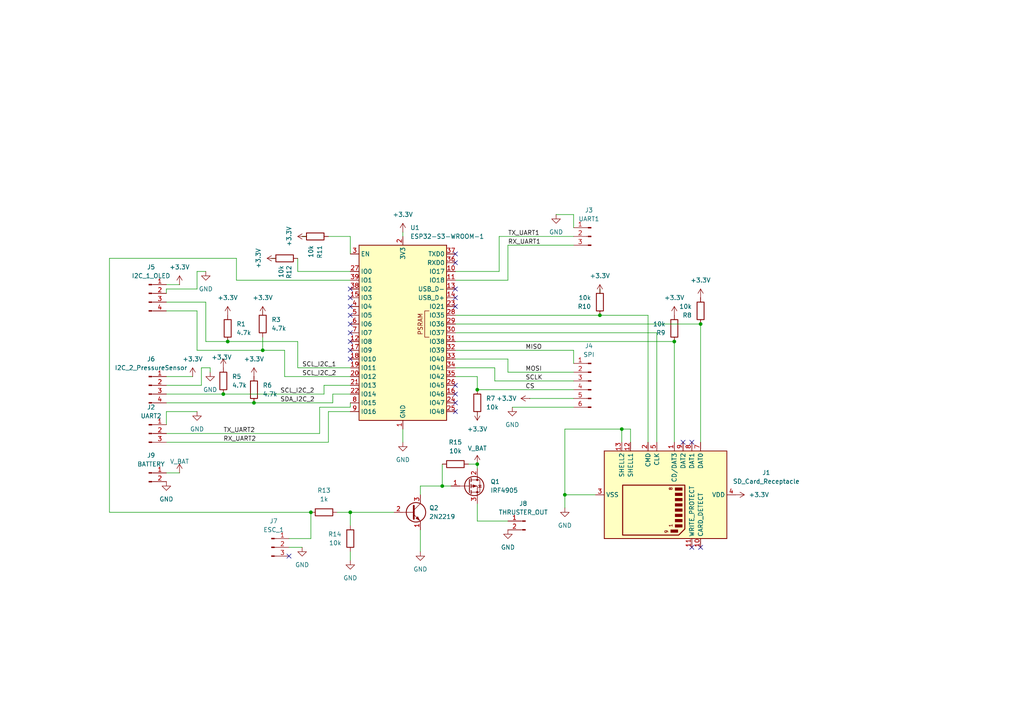
<source format=kicad_sch>
(kicad_sch (version 20250114) (generator "eeschema") (generator_version "9.0")
  (paper "A4")
  (lib_symbols
    (symbol "Connector:Conn_01x02_Pin" (pin_names (offset 1.016) (hide yes))
      (property "Reference" "J" (at 0 2.54 0))
      (property "Value" "Conn_01x02_Pin" (at 0 -5.08 0))
      (symbol "Conn_01x02_Pin_1_1"
        (rectangle (start 0.8636 0.127) (end 0 -0.127) (stroke (width 0.1524)) (fill (type outline)))
        (rectangle (start 0.8636 -2.413) (end 0 -2.667) (stroke (width 0.1524)) (fill (type outline)))
        (polyline (pts (xy 1.27 0) (xy 0.8636 0)) (stroke (width 0.1524)))
        (polyline (pts (xy 1.27 -2.54) (xy 0.8636 -2.54)) (stroke (width 0.1524)))
        (pin passive line (at 5.08 0 180) (length 3.81) (name "Pin_1") (number "1"))
        (pin passive line (at 5.08 -2.54 180) (length 3.81) (name "Pin_2") (number "2"))
      )
    )
    (symbol "Connector:Conn_01x03_Pin" (pin_names (offset 1.016) (hide yes))
      (property "Reference" "J" (at 0 5.08 0))
      (property "Value" "Conn_01x03_Pin" (at 0 -5.08 0))
      (symbol "Conn_01x03_Pin_1_1"
        (rectangle (start 0.8636 2.667) (end 0 2.413) (stroke (width 0.1524)) (fill (type outline)))
        (rectangle (start 0.8636 0.127) (end 0 -0.127) (stroke (width 0.1524)) (fill (type outline)))
        (rectangle (start 0.8636 -2.413) (end 0 -2.667) (stroke (width 0.1524)) (fill (type outline)))
        (polyline (pts (xy 1.27 2.54) (xy 0.8636 2.54)) (stroke (width 0.1524)))
        (polyline (pts (xy 1.27 0) (xy 0.8636 0)) (stroke (width 0.1524)))
        (polyline (pts (xy 1.27 -2.54) (xy 0.8636 -2.54)) (stroke (width 0.1524)))
        (pin passive line (at 5.08 2.54 180) (length 3.81) (name "Pin_1") (number "1"))
        (pin passive line (at 5.08 0 180) (length 3.81) (name "Pin_2") (number "2"))
        (pin passive line (at 5.08 -2.54 180) (length 3.81) (name "Pin_3") (number "3"))
      )
    )
    (symbol "Connector:Conn_01x04_Pin" (pin_names (offset 1.016) (hide yes))
      (property "Reference" "J" (at 0 5.08 0))
      (property "Value" "Conn_01x04_Pin" (at 0 -7.62 0))
      (symbol "Conn_01x04_Pin_1_1"
        (rectangle (start 0.8636 2.667) (end 0 2.413) (stroke (width 0.1524)) (fill (type outline)))
        (rectangle (start 0.8636 0.127) (end 0 -0.127) (stroke (width 0.1524)) (fill (type outline)))
        (rectangle (start 0.8636 -2.413) (end 0 -2.667) (stroke (width 0.1524)) (fill (type outline)))
        (rectangle (start 0.8636 -4.953) (end 0 -5.207) (stroke (width 0.1524)) (fill (type outline)))
        (polyline (pts (xy 1.27 2.54) (xy 0.8636 2.54)) (stroke (width 0.1524)))
        (polyline (pts (xy 1.27 0) (xy 0.8636 0)) (stroke (width 0.1524)))
        (polyline (pts (xy 1.27 -2.54) (xy 0.8636 -2.54)) (stroke (width 0.1524)))
        (polyline (pts (xy 1.27 -5.08) (xy 0.8636 -5.08)) (stroke (width 0.1524)))
        (pin passive line (at 5.08 2.54 180) (length 3.81) (name "Pin_1") (number "1"))
        (pin passive line (at 5.08 0 180) (length 3.81) (name "Pin_2") (number "2"))
        (pin passive line (at 5.08 -2.54 180) (length 3.81) (name "Pin_3") (number "3"))
        (pin passive line (at 5.08 -5.08 180) (length 3.81) (name "Pin_4") (number "4"))
      )
    )
    (symbol "Connector:Conn_01x06_Pin" (pin_names (offset 1.016) (hide yes))
      (property "Reference" "J" (at 0 7.62 0))
      (property "Value" "Conn_01x06_Pin" (at 0 -10.16 0))
      (symbol "Conn_01x06_Pin_1_1"
        (rectangle (start 0.8636 5.207) (end 0 4.953) (stroke (width 0.1524)) (fill (type outline)))
        (rectangle (start 0.8636 2.667) (end 0 2.413) (stroke (width 0.1524)) (fill (type outline)))
        (rectangle (start 0.8636 0.127) (end 0 -0.127) (stroke (width 0.1524)) (fill (type outline)))
        (rectangle (start 0.8636 -2.413) (end 0 -2.667) (stroke (width 0.1524)) (fill (type outline)))
        (rectangle (start 0.8636 -4.953) (end 0 -5.207) (stroke (width 0.1524)) (fill (type outline)))
        (rectangle (start 0.8636 -7.493) (end 0 -7.747) (stroke (width 0.1524)) (fill (type outline)))
        (polyline (pts (xy 1.27 5.08) (xy 0.8636 5.08)) (stroke (width 0.1524)))
        (polyline (pts (xy 1.27 2.54) (xy 0.8636 2.54)) (stroke (width 0.1524)))
        (polyline (pts (xy 1.27 0) (xy 0.8636 0)) (stroke (width 0.1524)))
        (polyline (pts (xy 1.27 -2.54) (xy 0.8636 -2.54)) (stroke (width 0.1524)))
        (polyline (pts (xy 1.27 -5.08) (xy 0.8636 -5.08)) (stroke (width 0.1524)))
        (polyline (pts (xy 1.27 -7.62) (xy 0.8636 -7.62)) (stroke (width 0.1524)))
        (pin passive line (at 5.08 5.08 180) (length 3.81) (name "Pin_1") (number "1"))
        (pin passive line (at 5.08 2.54 180) (length 3.81) (name "Pin_2") (number "2"))
        (pin passive line (at 5.08 0 180) (length 3.81) (name "Pin_3") (number "3"))
        (pin passive line (at 5.08 -2.54 180) (length 3.81) (name "Pin_4") (number "4"))
        (pin passive line (at 5.08 -5.08 180) (length 3.81) (name "Pin_5") (number "5"))
        (pin passive line (at 5.08 -7.62 180) (length 3.81) (name "Pin_6") (number "6"))
      )
    )
    (symbol "Connector:SD_Card_Receptacle"
      (property "Reference" "J" (at -11.938 19.304 0))
      (property "Value" "SD_Card_Receptacle" (at 10.922 -19.558 0))
      (symbol "SD_Card_Receptacle_0_1"
        (rectangle (start -2.032 2.794) (end -1.27 4.826) (fill (type outline)))
        (rectangle (start -0.508 2.794) (end 0.254 4.826) (fill (type outline)))
        (rectangle (start 1.016 2.794) (end 1.778 4.826) (fill (type outline)))
        (rectangle (start 2.54 2.794) (end 3.302 4.826) (fill (type outline)))
        (rectangle (start 4.064 2.794) (end 4.826 4.826) (fill (type outline)))
        (rectangle (start 5.588 2.794) (end 6.35 4.826) (fill (type outline)))
        (rectangle (start 7.112 2.794) (end 7.874 4.826) (fill (type outline)))
        (rectangle (start 8.636 2.794) (end 9.398 4.826) (fill (type outline)))
        (rectangle (start 10.16 1.524) (end 10.922 3.556) (fill (type outline)))
      )
      (symbol "SD_Card_Receptacle_1_1"
        (rectangle (start -12.7 17.78) (end 12.7 -17.78) (stroke (width 0.254)) (fill (type background)))
        (polyline (pts (xy 9.906 5.588) (xy -2.794 5.588) (xy -2.794 -12.446) (xy 11.684 -12.446) (xy 11.684 3.81) (xy 9.906 5.588)) (stroke (width 0.3)))
        (text "8" (at -1.778 1.524 0) (effects (font (size 0.9 0.9))))
        (text "1" (at 8.89 1.524 0) (effects (font (size 0.9 0.9))))
        (text "9" (at 10.668 0.254 0) (effects (font (size 0.9 0.9))))
        (pin bidirectional line (at -15.24 10.16 0) (length 2.54) (name "DAT0") (number "7"))
        (pin bidirectional line (at -15.24 7.62 0) (length 2.54) (name "DAT1") (number "8"))
        (pin bidirectional line (at -15.24 5.08 0) (length 2.54) (name "DAT2") (number "9"))
        (pin bidirectional line (at -15.24 2.54 0) (length 2.54) (name "CD/DAT3") (number "1"))
        (pin input line (at -15.24 -2.54 0) (length 2.54) (name "CLK") (number "5"))
        (pin bidirectional line (at -15.24 -5.08 0) (length 2.54) (name "CMD") (number "2"))
        (pin passive line (at -15.24 -10.16 0) (length 2.54) (name "SHELL1") (number "12"))
        (pin passive line (at -15.24 -12.7 0) (length 2.54) (name "SHELL2") (number "13"))
        (pin power_in line (at 0 20.32 270) (length 2.54) (name "VDD") (number "4"))
        (pin power_in line (at 0 -20.32 90) (length 2.54) (name "VSS") (number "3"))
        (pin passive line (at 0 -20.32 90) (length 2.54) (hide yes) (name "VSS") (number "6"))
        (pin output line (at 15.24 10.16 180) (length 2.54) (name "CARD_DETECT") (number "10"))
        (pin output line (at 15.24 7.62 180) (length 2.54) (name "WRITE_PROTECT") (number "11"))
      )
    )
    (symbol "Device:R" (pin_numbers (hide yes)) (pin_names (offset 0))
      (property "Reference" "R" (at 2.032 0 90))
      (property "Value" "R" (at 0 0 90))
      (symbol "R_0_1"
        (rectangle (start -1.016 -2.54) (end 1.016 2.54) (stroke (width 0.254)))
      )
      (symbol "R_1_1"
        (pin passive line (at 0 3.81 270) (length 1.27) (name "~") (number "1"))
        (pin passive line (at 0 -3.81 90) (length 1.27) (name "~") (number "2"))
      )
    )
    (symbol "RF_Module:ESP32-S3-WROOM-1"
      (property "Reference" "U" (at -12.7 26.67 0))
      (property "Value" "ESP32-S3-WROOM-1" (at 12.7 26.67 0))
      (symbol "ESP32-S3-WROOM-1_0_0"
        (rectangle (start -12.7 25.4) (end 12.7 -25.4) (stroke (width 0.254)) (fill (type background)))
        (text "PSRAM" (at 5.08 2.54 900) (effects (font (size 1.27 1.27))))
      )
      (symbol "ESP32-S3-WROOM-1_0_1"
        (polyline (pts (xy 7.62 -1.27) (xy 6.35 -1.27) (xy 6.35 6.35) (xy 7.62 6.35)))
      )
      (symbol "ESP32-S3-WROOM-1_1_1"
        (pin input line (at -15.24 22.86 0) (length 2.54) (name "EN") (number "3"))
        (pin bidirectional line (at -15.24 17.78 0) (length 2.54) (name "IO0") (number "27"))
        (pin bidirectional line (at -15.24 15.24 0) (length 2.54) (name "IO1") (number "39"))
        (pin bidirectional line (at -15.24 12.7 0) (length 2.54) (name "IO2") (number "38"))
        (pin bidirectional line (at -15.24 10.16 0) (length 2.54) (name "IO3") (number "15"))
        (pin bidirectional line (at -15.24 7.62 0) (length 2.54) (name "IO4") (number "4"))
        (pin bidirectional line (at -15.24 5.08 0) (length 2.54) (name "IO5") (number "5"))
        (pin bidirectional line (at -15.24 2.54 0) (length 2.54) (name "IO6") (number "6"))
        (pin bidirectional line (at -15.24 0 0) (length 2.54) (name "IO7") (number "7"))
        (pin bidirectional line (at -15.24 -2.54 0) (length 2.54) (name "IO8") (number "12"))
        (pin bidirectional line (at -15.24 -5.08 0) (length 2.54) (name "IO9") (number "17"))
        (pin bidirectional line (at -15.24 -7.62 0) (length 2.54) (name "IO10") (number "18"))
        (pin bidirectional line (at -15.24 -10.16 0) (length 2.54) (name "IO11") (number "19"))
        (pin bidirectional line (at -15.24 -12.7 0) (length 2.54) (name "IO12") (number "20"))
        (pin bidirectional line (at -15.24 -15.24 0) (length 2.54) (name "IO13") (number "21"))
        (pin bidirectional line (at -15.24 -17.78 0) (length 2.54) (name "IO14") (number "22"))
        (pin bidirectional line (at -15.24 -20.32 0) (length 2.54) (name "IO15") (number "8"))
        (pin bidirectional line (at -15.24 -22.86 0) (length 2.54) (name "IO16") (number "9"))
        (pin power_in line (at 0 27.94 270) (length 2.54) (name "3V3") (number "2"))
        (pin power_in line (at 0 -27.94 90) (length 2.54) (name "GND") (number "1"))
        (pin passive line (at 0 -27.94 90) (length 2.54) (hide yes) (name "GND") (number "40"))
        (pin passive line (at 0 -27.94 90) (length 2.54) (hide yes) (name "GND") (number "41"))
        (pin bidirectional line (at 15.24 22.86 180) (length 2.54) (name "TXD0") (number "37"))
        (pin bidirectional line (at 15.24 20.32 180) (length 2.54) (name "RXD0") (number "36"))
        (pin bidirectional line (at 15.24 17.78 180) (length 2.54) (name "IO17") (number "10"))
        (pin bidirectional line (at 15.24 15.24 180) (length 2.54) (name "IO18") (number "11"))
        (pin bidirectional line (at 15.24 12.7 180) (length 2.54) (name "USB_D-") (number "13"))
        (pin bidirectional line (at 15.24 10.16 180) (length 2.54) (name "USB_D+") (number "14"))
        (pin bidirectional line (at 15.24 7.62 180) (length 2.54) (name "IO21") (number "23"))
        (pin bidirectional line (at 15.24 5.08 180) (length 2.54) (name "IO35") (number "28"))
        (pin bidirectional line (at 15.24 2.54 180) (length 2.54) (name "IO36") (number "29"))
        (pin bidirectional line (at 15.24 0 180) (length 2.54) (name "IO37") (number "30"))
        (pin bidirectional line (at 15.24 -2.54 180) (length 2.54) (name "IO38") (number "31"))
        (pin bidirectional line (at 15.24 -5.08 180) (length 2.54) (name "IO39") (number "32"))
        (pin bidirectional line (at 15.24 -7.62 180) (length 2.54) (name "IO40") (number "33"))
        (pin bidirectional line (at 15.24 -10.16 180) (length 2.54) (name "IO41") (number "34"))
        (pin bidirectional line (at 15.24 -12.7 180) (length 2.54) (name "IO42") (number "35"))
        (pin bidirectional line (at 15.24 -15.24 180) (length 2.54) (name "IO45") (number "26"))
        (pin bidirectional line (at 15.24 -17.78 180) (length 2.54) (name "IO46") (number "16"))
        (pin bidirectional line (at 15.24 -20.32 180) (length 2.54) (name "IO47") (number "24"))
        (pin bidirectional line (at 15.24 -22.86 180) (length 2.54) (name "IO48") (number "25"))
      )
    )
    (symbol "Transistor_BJT:2N2219" (pin_names (offset 0) (hide yes))
      (property "Reference" "Q" (at 5.08 1.905 0))
      (property "Value" "2N2219" (at 5.08 0 0))
      (symbol "2N2219_0_1"
        (polyline (pts (xy -2.54 0) (xy 0.635 0)))
        (polyline (pts (xy 0.635 1.905) (xy 0.635 -1.905)) (stroke (width 0.508)))
        (circle (center 1.27 0) (radius 2.8194) (stroke (width 0.254)))
      )
      (symbol "2N2219_1_1"
        (polyline (pts (xy 0.635 0.635) (xy 2.54 2.54)))
        (polyline (pts (xy 0.635 -0.635) (xy 2.54 -2.54)))
        (polyline (pts (xy 1.27 -1.778) (xy 1.778 -1.27) (xy 2.286 -2.286) (xy 1.27 -1.778)) (fill (type outline)))
        (pin input line (at -5.08 0 0) (length 2.54) (name "B") (number "2"))
        (pin passive line (at 2.54 5.08 270) (length 2.54) (name "C") (number "3"))
        (pin passive line (at 2.54 -5.08 90) (length 2.54) (name "E") (number "1"))
      )
    )
    (symbol "Transistor_FET:IRF4905" (pin_names (hide yes))
      (property "Reference" "Q" (at 5.08 1.905 0))
      (property "Value" "IRF4905" (at 5.08 0 0))
      (symbol "IRF4905_0_1"
        (polyline (pts (xy 0.254 1.905) (xy 0.254 -1.905)) (stroke (width 0.254)))
        (polyline (pts (xy 0.254 0) (xy -2.54 0)))
        (polyline (pts (xy 0.762 2.286) (xy 0.762 1.27)) (stroke (width 0.254)))
        (polyline (pts (xy 0.762 1.778) (xy 3.302 1.778) (xy 3.302 -1.778) (xy 0.762 -1.778)))
        (polyline (pts (xy 0.762 0.508) (xy 0.762 -0.508)) (stroke (width 0.254)))
        (polyline (pts (xy 0.762 -1.27) (xy 0.762 -2.286)) (stroke (width 0.254)))
        (circle (center 1.651 0) (radius 2.794) (stroke (width 0.254)))
        (polyline (pts (xy 2.286 0) (xy 1.27 0.381) (xy 1.27 -0.381) (xy 2.286 0)) (fill (type outline)))
        (polyline (pts (xy 2.54 2.54) (xy 2.54 1.778)))
        (circle (center 2.54 1.778) (radius 0.254) (fill (type outline)))
        (circle (center 2.54 -1.778) (radius 0.254) (fill (type outline)))
        (polyline (pts (xy 2.54 -2.54) (xy 2.54 0) (xy 0.762 0)))
        (polyline (pts (xy 2.794 -0.508) (xy 2.921 -0.381) (xy 3.683 -0.381) (xy 3.81 -0.254)))
        (polyline (pts (xy 3.302 -0.381) (xy 2.921 0.254) (xy 3.683 0.254) (xy 3.302 -0.381)))
      )
      (symbol "IRF4905_1_1"
        (pin input line (at -5.08 0 0) (length 2.54) (name "G") (number "1"))
        (pin passive line (at 2.54 5.08 270) (length 2.54) (name "D") (number "2"))
        (pin passive line (at 2.54 -5.08 90) (length 2.54) (name "S") (number "3"))
      )
    )
    (symbol "power:+3.3V" (power) (pin_numbers (hide yes)) (pin_names (offset 0) (hide yes))
      (property "Value" "+3.3V" (at 0 3.556 0))
      (symbol "+3.3V_0_1"
        (polyline (pts (xy -0.762 1.27) (xy 0 2.54)))
        (polyline (pts (xy 0 2.54) (xy 0.762 1.27)))
        (polyline (pts (xy 0 0) (xy 0 2.54)))
      )
      (symbol "+3.3V_1_1"
        (pin power_in line (at 0 0 90) (length 0) (name "~") (number "1"))
      )
    )
    (symbol "power:GND" (power) (pin_numbers (hide yes)) (pin_names (offset 0) (hide yes))
      (property "Value" "GND" (at 0 -3.81 0))
      (symbol "GND_0_1"
        (polyline (pts (xy 0 0) (xy 0 -1.27) (xy 1.27 -1.27) (xy 0 -2.54) (xy -1.27 -1.27) (xy 0 -1.27)))
      )
      (symbol "GND_1_1"
        (pin power_in line (at 0 0 270) (length 0) (name "~") (number "1"))
      )
    )
  )
  (junction (at 180.34 124.46))
  (junction (at 66.04 99.06))
  (junction (at 163.83 143.51))
  (junction (at 76.2 101.6))
  (junction (at 90.17 148.59))
  (junction (at 138.43 113.03))
  (junction (at 138.43 134.62))
  (junction (at 73.66 116.84))
  (junction (at 128.27 140.97))
  (junction (at 173.99 91.44))
  (junction (at 195.58 99.06))
  (junction (at 203.2 93.98))
  (junction (at 64.77 114.3))
  (junction (at 101.6 148.59))
  (no_connect (at 101.6 88.9))
  (no_connect (at 203.2 158.75))
  (no_connect (at 132.08 73.66))
  (no_connect (at 101.6 83.82))
  (no_connect (at 83.82 161.29))
  (no_connect (at 132.08 114.3))
  (no_connect (at 101.6 104.14))
  (no_connect (at 101.6 91.44))
  (no_connect (at 132.08 116.84))
  (no_connect (at 101.6 93.98))
  (no_connect (at 198.12 128.27))
  (no_connect (at 132.08 76.2))
  (no_connect (at 200.66 158.75))
  (no_connect (at 132.08 83.82))
  (no_connect (at 132.08 119.38))
  (no_connect (at 132.08 88.9))
  (no_connect (at 101.6 96.52))
  (no_connect (at 132.08 86.36))
  (no_connect (at 101.6 99.06))
  (no_connect (at 101.6 86.36))
  (no_connect (at 200.66 128.27))
  (no_connect (at 132.08 111.76))
  (no_connect (at 101.6 101.6))
  (wire (pts (xy 144.78 78.74) (xy 132.08 78.74)))
  (wire (pts (xy 144.78 68.58) (xy 144.78 78.74)))
  (wire (pts (xy 66.04 99.06) (xy 86.36 99.06)))
  (wire (pts (xy 48.26 109.22) (xy 55.88 109.22)))
  (wire (pts (xy 57.15 90.17) (xy 57.15 101.6)))
  (wire (pts (xy 86.36 78.74) (xy 101.6 78.74)))
  (wire (pts (xy 90.17 148.59) (xy 90.17 156.21)))
  (wire (pts (xy 86.36 78.74) (xy 86.36 74.93)))
  (wire (pts (xy 48.26 82.55) (xy 52.07 82.55)))
  (wire (pts (xy 31.75 74.93) (xy 31.75 148.59)))
  (wire (pts (xy 180.34 124.46) (xy 182.88 124.46)))
  (wire (pts (xy 132.08 101.6) (xy 166.37 101.6)))
  (wire (pts (xy 64.77 114.3) (xy 93.98 114.3)))
  (wire (pts (xy 93.98 114.3) (xy 93.98 111.76)))
  (wire (pts (xy 101.6 148.59) (xy 101.6 152.4)))
  (wire (pts (xy 86.36 99.06) (xy 86.36 106.68)))
  (wire (pts (xy 166.37 62.23) (xy 161.29 62.23)))
  (wire (pts (xy 163.83 143.51) (xy 163.83 147.32)))
  (wire (pts (xy 116.84 67.31) (xy 116.84 68.58)))
  (wire (pts (xy 147.32 107.95) (xy 166.37 107.95)))
  (wire (pts (xy 60.96 106.68) (xy 60.96 107.95)))
  (wire (pts (xy 95.25 68.58) (xy 101.6 68.58)))
  (wire (pts (xy 132.08 93.98) (xy 203.2 93.98)))
  (wire (pts (xy 57.15 78.74) (xy 59.69 78.74)))
  (wire (pts (xy 172.72 143.51) (xy 163.83 143.51)))
  (wire (pts (xy 132.08 96.52) (xy 190.5 96.52)))
  (wire (pts (xy 48.26 137.16) (xy 52.07 137.16)))
  (wire (pts (xy 138.43 113.03) (xy 166.37 113.03)))
  (wire (pts (xy 147.32 81.28) (xy 132.08 81.28)))
  (wire (pts (xy 138.43 109.22) (xy 138.43 113.03)))
  (wire (pts (xy 135.89 134.62) (xy 138.43 134.62)))
  (wire (pts (xy 48.26 128.27) (xy 95.25 128.27)))
  (wire (pts (xy 57.15 119.38) (xy 48.26 119.38)))
  (wire (pts (xy 48.26 116.84) (xy 73.66 116.84)))
  (wire (pts (xy 48.26 83.82) (xy 48.26 85.09)))
  (wire (pts (xy 166.37 118.11) (xy 148.59 118.11)))
  (wire (pts (xy 121.92 143.51) (xy 121.92 140.97)))
  (wire (pts (xy 132.08 106.68) (xy 143.51 106.68)))
  (wire (pts (xy 132.08 109.22) (xy 138.43 109.22)))
  (wire (pts (xy 101.6 118.11) (xy 101.6 116.84)))
  (wire (pts (xy 57.15 83.82) (xy 57.15 78.74)))
  (wire (pts (xy 101.6 114.3) (xy 96.52 114.3)))
  (wire (pts (xy 86.36 106.68) (xy 101.6 106.68)))
  (wire (pts (xy 82.55 109.22) (xy 101.6 109.22)))
  (wire (pts (xy 73.66 116.84) (xy 96.52 116.84)))
  (wire (pts (xy 83.82 156.21) (xy 90.17 156.21)))
  (wire (pts (xy 166.37 105.41) (xy 166.37 101.6)))
  (wire (pts (xy 121.92 153.67) (xy 121.92 160.02)))
  (wire (pts (xy 59.69 87.63) (xy 59.69 99.06)))
  (wire (pts (xy 138.43 134.62) (xy 138.43 135.89)))
  (wire (pts (xy 147.32 71.12) (xy 166.37 71.12)))
  (wire (pts (xy 58.42 106.68) (xy 60.96 106.68)))
  (wire (pts (xy 59.69 99.06) (xy 66.04 99.06)))
  (wire (pts (xy 101.6 148.59) (xy 114.3 148.59)))
  (wire (pts (xy 48.26 114.3) (xy 64.77 114.3)))
  (wire (pts (xy 68.58 74.93) (xy 31.75 74.93)))
  (wire (pts (xy 147.32 104.14) (xy 147.32 107.95)))
  (wire (pts (xy 166.37 66.04) (xy 166.37 62.23)))
  (wire (pts (xy 97.79 148.59) (xy 101.6 148.59)))
  (wire (pts (xy 173.99 83.82) (xy 173.99 85.09)))
  (wire (pts (xy 57.15 101.6) (xy 76.2 101.6)))
  (wire (pts (xy 121.92 140.97) (xy 128.27 140.97)))
  (wire (pts (xy 92.71 118.11) (xy 101.6 118.11)))
  (wire (pts (xy 173.99 91.44) (xy 187.96 91.44)))
  (wire (pts (xy 48.26 83.82) (xy 57.15 83.82)))
  (wire (pts (xy 128.27 140.97) (xy 130.81 140.97)))
  (wire (pts (xy 58.42 106.68) (xy 58.42 111.76)))
  (wire (pts (xy 82.55 101.6) (xy 76.2 101.6)))
  (wire (pts (xy 101.6 68.58) (xy 101.6 73.66)))
  (wire (pts (xy 143.51 110.49) (xy 166.37 110.49)))
  (wire (pts (xy 132.08 104.14) (xy 147.32 104.14)))
  (wire (pts (xy 76.2 97.79) (xy 76.2 101.6)))
  (wire (pts (xy 144.78 68.58) (xy 166.37 68.58)))
  (wire (pts (xy 48.26 87.63) (xy 59.69 87.63)))
  (wire (pts (xy 187.96 91.44) (xy 187.96 128.27)))
  (wire (pts (xy 180.34 124.46) (xy 180.34 128.27)))
  (wire (pts (xy 163.83 124.46) (xy 180.34 124.46)))
  (wire (pts (xy 95.25 119.38) (xy 101.6 119.38)))
  (wire (pts (xy 190.5 96.52) (xy 190.5 128.27)))
  (wire (pts (xy 116.84 124.46) (xy 116.84 128.27)))
  (wire (pts (xy 182.88 124.46) (xy 182.88 128.27)))
  (wire (pts (xy 128.27 134.62) (xy 128.27 140.97)))
  (wire (pts (xy 95.25 128.27) (xy 95.25 119.38)))
  (wire (pts (xy 163.83 143.51) (xy 163.83 124.46)))
  (wire (pts (xy 58.42 111.76) (xy 48.26 111.76)))
  (wire (pts (xy 48.26 90.17) (xy 57.15 90.17)))
  (wire (pts (xy 48.26 125.73) (xy 92.71 125.73)))
  (wire (pts (xy 166.37 115.57) (xy 153.67 115.57)))
  (wire (pts (xy 195.58 99.06) (xy 195.58 128.27)))
  (wire (pts (xy 132.08 99.06) (xy 195.58 99.06)))
  (wire (pts (xy 132.08 91.44) (xy 173.99 91.44)))
  (wire (pts (xy 78.74 74.93) (xy 80.01 74.93)))
  (wire (pts (xy 68.58 81.28) (xy 68.58 74.93)))
  (wire (pts (xy 48.26 119.38) (xy 48.26 123.19)))
  (wire (pts (xy 76.2 90.17) (xy 76.2 91.44)))
  (wire (pts (xy 92.71 125.73) (xy 92.71 118.11)))
  (wire (pts (xy 101.6 160.02) (xy 101.6 162.56)))
  (wire (pts (xy 138.43 151.13) (xy 147.32 151.13)))
  (wire (pts (xy 87.63 68.58) (xy 88.9 68.58)))
  (wire (pts (xy 82.55 101.6) (xy 82.55 109.22)))
  (wire (pts (xy 138.43 146.05) (xy 138.43 151.13)))
  (wire (pts (xy 93.98 111.76) (xy 101.6 111.76)))
  (wire (pts (xy 138.43 120.65) (xy 138.43 119.38)))
  (wire (pts (xy 147.32 71.12) (xy 147.32 81.28)))
  (wire (pts (xy 143.51 106.68) (xy 143.51 110.49)))
  (wire (pts (xy 68.58 81.28) (xy 101.6 81.28)))
  (wire (pts (xy 31.75 148.59) (xy 90.17 148.59)))
  (wire (pts (xy 96.52 114.3) (xy 96.52 116.84)))
  (wire (pts (xy 83.82 158.75) (xy 87.63 158.75)))
  (wire (pts (xy 203.2 93.98) (xy 203.2 128.27)))
  (label "MOSI" (at 152.4 107.95 0))
  (label "CS" (at 152.4 113.03 0))
  (label "RX_UART2" (at 64.77 128.27 0))
  (label "RX_UART1" (at 147.32 71.12 0))
  (label "SDA_I2C_2" (at 81.28 116.84 0))
  (label "SCL_I2C_2" (at 81.28 114.3 0))
  (label "SCLK" (at 152.4 110.49 0))
  (label "MISO" (at 152.4 101.6 0))
  (label "SCL_I2C_1" (at 87.63 106.68 0))
  (label "TX_UART2" (at 64.77 125.73 0))
  (label "SCL_I2C_2" (at 87.63 109.22 0))
  (label "TX_UART1" (at 147.32 68.58 0))
  (symbol (lib_id "Transistor_FET:IRF4905") (at 135.89 140.97 0) (unit 1)
    (property "Reference" "Q1" (at 142.24 139.6999 0) (effects (justify left)))
    (property "Value" "IRF4905" (at 142.24 142.2399 0) (effects (justify left)))
    (property "Footprint" "Package_TO_SOT_THT:TO-220-3_Vertical" (effects (hide yes)))
    (property "Datasheet" "http://www.infineon.com/dgdl/irf4905.pdf?fileId=5546d462533600a4015355e32165197c" (effects (hide yes)))
    (property "Description" "-74A Id, -55V Vds, Single P-Channel HEXFET Power MOSFET, 20mOhm Ron, TO-220AB" (effects (hide yes)))
  )
  (symbol (lib_id "power:GND") (at 121.92 160.02 0) (unit 1)
    (property "Reference" "#PWR025" (effects (hide yes)))
    (property "Value" "GND" (at 121.92 165.1 0))
    (property "Description" "Power symbol creates a global label with name \"GND\" , ground" (effects (hide yes)))
  )
  (symbol (lib_id "power:+3.3V") (at 76.2 91.44 0) (unit 1)
    (property "Reference" "#PWR08" (effects (hide yes)))
    (property "Value" "+3.3V" (at 76.2 86.36 0))
    (property "Description" "Power symbol creates a global label with name \"+3.3V\"" (effects (hide yes)))
  )
  (symbol (lib_id "Device:R") (at 93.98 148.59 270) (mirror x) (unit 1)
    (property "Reference" "R13" (at 93.98 142.24 90))
    (property "Value" "1k" (at 93.98 144.78 90))
    (property "Description" "Resistor" (effects (hide yes)))
  )
  (symbol (lib_id "Connector:Conn_01x03_Pin") (at 43.18 125.73 0) (unit 1)
    (property "Reference" "J2" (at 43.815 118.11 0))
    (property "Value" "UART2" (at 43.815 120.65 0))
    (property "Description" "Generic connector, single row, 01x03, script generated" (effects (hide yes)))
  )
  (symbol (lib_id "power:+3.3V") (at 73.66 109.22 0) (unit 1)
    (property "Reference" "#PWR012" (effects (hide yes)))
    (property "Value" "+3.3V" (at 73.66 104.14 0))
    (property "Description" "Power symbol creates a global label with name \"+3.3V\"" (effects (hide yes)))
  )
  (symbol (lib_id "Transistor_BJT:2N2219") (at 119.38 148.59 0) (unit 1)
    (property "Reference" "Q2" (at 124.46 147.3199 0) (effects (justify left)))
    (property "Value" "2N2219" (at 124.46 149.8599 0) (effects (justify left)))
    (property "Footprint" "Package_TO_SOT_THT:TO-39-3" (effects (hide yes)))
    (property "Datasheet" "http://www.onsemi.com/pub_link/Collateral/2N2219-D.PDF" (effects (hide yes)))
    (property "Description" "800mA Ic, 50V Vce, NPN Transistor, TO-39" (effects (hide yes)))
  )
  (symbol (lib_id "Device:R") (at 132.08 134.62 90) (unit 1)
    (property "Reference" "R15" (at 132.08 128.27 90))
    (property "Value" "10k" (at 132.08 130.81 90))
    (property "Description" "Resistor" (effects (hide yes)))
  )
  (symbol (lib_id "power:GND") (at 59.69 78.74 0) (unit 1)
    (property "Reference" "#PWR06" (effects (hide yes)))
    (property "Value" "GND" (at 59.69 83.82 0))
    (property "Description" "Power symbol creates a global label with name \"GND\" , ground" (effects (hide yes)))
  )
  (symbol (lib_id "power:+3.3V") (at 52.07 137.16 0) (unit 1)
    (property "Reference" "#PWR028" (effects (hide yes)))
    (property "Value" "V_BAT" (at 52.07 133.858 0))
    (property "Description" "Power symbol creates a global label with name \"+3.3V\"" (effects (hide yes)))
  )
  (symbol (lib_id "Device:R") (at 73.66 113.03 0) (unit 1)
    (property "Reference" "R6" (at 76.2 111.7599 0) (effects (justify left)))
    (property "Value" "4.7k" (at 76.2 114.2999 0) (effects (justify left)))
    (property "Description" "Resistor" (effects (hide yes)))
  )
  (symbol (lib_id "Device:R") (at 203.2 90.17 0) (unit 1)
    (property "Reference" "R8" (at 200.66 91.4401 0) (effects (justify right)))
    (property "Value" "10k" (at 200.66 88.9001 0) (effects (justify right)))
    (property "Description" "Resistor" (effects (hide yes)))
  )
  (symbol (lib_id "power:GND") (at 48.26 139.7 0) (unit 1)
    (property "Reference" "#PWR027" (effects (hide yes)))
    (property "Value" "GND" (at 48.26 144.78 0))
    (property "Description" "Power symbol creates a global label with name \"GND\" , ground" (effects (hide yes)))
  )
  (symbol (lib_id "power:GND") (at 163.83 147.32 0) (unit 1)
    (property "Reference" "#PWR04" (effects (hide yes)))
    (property "Value" "GND" (at 163.83 152.4 0))
    (property "Description" "Power symbol creates a global label with name \"GND\" , ground" (effects (hide yes)))
  )
  (symbol (lib_id "power:GND") (at 148.59 118.11 0) (unit 1)
    (property "Reference" "#PWR015" (effects (hide yes)))
    (property "Value" "GND" (at 148.59 123.19 0))
    (property "Description" "Power symbol creates a global label with name \"GND\" , ground" (effects (hide yes)))
  )
  (symbol (lib_id "Device:R") (at 64.77 110.49 0) (unit 1)
    (property "Reference" "R5" (at 67.31 109.2199 0) (effects (justify left)))
    (property "Value" "4.7k" (at 67.31 111.7599 0) (effects (justify left)))
    (property "Description" "Resistor" (effects (hide yes)))
  )
  (symbol (lib_id "Connector:Conn_01x03_Pin") (at 171.45 68.58 0) (mirror y) (unit 1)
    (property "Reference" "J3" (at 170.815 60.96 0))
    (property "Value" "UART1" (at 170.815 63.5 0))
    (property "Description" "Generic connector, single row, 01x03, script generated" (effects (hide yes)))
  )
  (symbol (lib_id "power:+3.3V") (at 195.58 91.44 0) (unit 1)
    (property "Reference" "#PWR019" (effects (hide yes)))
    (property "Value" "+3.3V" (at 195.58 86.36 0))
    (property "Description" "Power symbol creates a global label with name \"+3.3V\"" (effects (hide yes)))
  )
  (symbol (lib_id "power:GND") (at 57.15 119.38 0) (unit 1)
    (property "Reference" "#PWR014" (effects (hide yes)))
    (property "Value" "GND" (at 57.15 124.46 0))
    (property "Description" "Power symbol creates a global label with name \"GND\" , ground" (effects (hide yes)))
  )
  (symbol (lib_id "Connector:Conn_01x02_Pin") (at 43.18 137.16 0) (unit 1)
    (property "Reference" "J9" (at 43.815 132.08 0))
    (property "Value" "BATTERY" (at 43.815 134.62 0))
    (property "Description" "Generic connector, single row, 01x02, script generated" (effects (hide yes)))
  )
  (symbol (lib_id "power:+3.3V") (at 52.07 82.55 0) (unit 1)
    (property "Reference" "#PWR05" (effects (hide yes)))
    (property "Value" "+3.3V" (at 52.07 77.47 0))
    (property "Description" "Power symbol creates a global label with name \"+3.3V\"" (effects (hide yes)))
  )
  (symbol (lib_id "Device:R") (at 76.2 93.98 0) (unit 1)
    (property "Reference" "R3" (at 78.74 92.7099 0) (effects (justify left)))
    (property "Value" "4.7k" (at 78.74 95.2499 0) (effects (justify left)))
    (property "Description" "Resistor" (effects (hide yes)))
  )
  (symbol (lib_id "power:+3.3V") (at 116.84 67.31 0) (unit 1)
    (property "Reference" "#PWR02" (effects (hide yes)))
    (property "Value" "+3.3V" (at 116.84 62.23 0))
    (property "Description" "Power symbol creates a global label with name \"+3.3V\"" (effects (hide yes)))
  )
  (symbol (lib_id "power:+3.3V") (at 173.99 85.09 0) (unit 1)
    (property "Reference" "#PWR020" (effects (hide yes)))
    (property "Value" "+3.3V" (at 173.99 80.01 0))
    (property "Description" "Power symbol creates a global label with name \"+3.3V\"" (effects (hide yes)))
  )
  (symbol (lib_id "power:GND") (at 87.63 158.75 0) (unit 1)
    (property "Reference" "#PWR023" (effects (hide yes)))
    (property "Value" "GND" (at 87.63 163.83 0))
    (property "Description" "Power symbol creates a global label with name \"GND\" , ground" (effects (hide yes)))
  )
  (symbol (lib_id "power:GND") (at 60.96 107.95 0) (unit 1)
    (property "Reference" "#PWR010" (effects (hide yes)))
    (property "Value" "GND" (at 60.96 113.03 0))
    (property "Description" "Power symbol creates a global label with name \"GND\" , ground" (effects (hide yes)))
  )
  (symbol (lib_id "Connector:Conn_01x04_Pin") (at 43.18 111.76 0) (unit 1)
    (property "Reference" "J6" (at 43.815 104.14 0))
    (property "Value" "I2C_2_PressureSensor" (at 43.815 106.68 0))
    (property "Description" "Generic connector, single row, 01x04, script generated" (effects (hide yes)))
  )
  (symbol (lib_id "power:+3.3V") (at 153.67 115.57 90) (unit 1)
    (property "Reference" "#PWR016" (effects (hide yes)))
    (property "Value" "+3.3V" (at 149.86 115.5699 90) (effects (justify left)))
    (property "Description" "Power symbol creates a global label with name \"+3.3V\"" (effects (hide yes)))
  )
  (symbol (lib_id "power:GND") (at 147.32 153.67 0) (mirror y) (unit 1)
    (property "Reference" "#PWR026" (effects (hide yes)))
    (property "Value" "GND" (at 147.32 158.75 0))
    (property "Description" "Power symbol creates a global label with name \"GND\" , ground" (effects (hide yes)))
  )
  (symbol (lib_id "Device:R") (at 66.04 95.25 0) (unit 1)
    (property "Reference" "R1" (at 68.58 93.9799 0) (effects (justify left)))
    (property "Value" "4.7k" (at 68.58 96.5199 0) (effects (justify left)))
    (property "Description" "Resistor" (effects (hide yes)))
  )
  (symbol (lib_id "Device:R") (at 138.43 116.84 180) (unit 1)
    (property "Reference" "R7" (at 140.97 115.5699 0) (effects (justify right)))
    (property "Value" "10k" (at 140.97 118.1099 0) (effects (justify right)))
    (property "Description" "Resistor" (effects (hide yes)))
  )
  (symbol (lib_id "power:GND") (at 101.6 162.56 0) (mirror y) (unit 1)
    (property "Reference" "#PWR024" (effects (hide yes)))
    (property "Value" "GND" (at 101.6 167.64 0))
    (property "Description" "Power symbol creates a global label with name \"GND\" , ground" (effects (hide yes)))
  )
  (symbol (lib_id "Device:R") (at 82.55 74.93 90) (unit 1)
    (property "Reference" "R12" (at 83.82 76.962 0) (effects (justify right)))
    (property "Value" "10k" (at 81.534 76.962 0) (effects (justify right)))
    (property "Description" "Resistor" (effects (hide yes)))
  )
  (symbol (lib_id "power:+3.3V") (at 213.36 143.51 270) (unit 1)
    (property "Reference" "#PWR03" (effects (hide yes)))
    (property "Value" "+3.3V" (at 217.17 143.5099 90) (effects (justify left)))
    (property "Description" "Power symbol creates a global label with name \"+3.3V\"" (effects (hide yes)))
  )
  (symbol (lib_id "Connector:Conn_01x06_Pin") (at 171.45 110.49 0) (mirror y) (unit 1)
    (property "Reference" "J4" (at 170.815 100.33 0))
    (property "Value" "SPI" (at 170.815 102.87 0))
    (property "Description" "Generic connector, single row, 01x06, script generated" (effects (hide yes)))
  )
  (symbol (lib_id "Device:R") (at 101.6 156.21 0) (mirror x) (unit 1)
    (property "Reference" "R14" (at 99.06 154.9399 0) (effects (justify right)))
    (property "Value" "10k" (at 99.06 157.4799 0) (effects (justify right)))
    (property "Description" "Resistor" (effects (hide yes)))
  )
  (symbol (lib_id "power:+3.3V") (at 80.01 74.93 90) (unit 1)
    (property "Reference" "#PWR022" (effects (hide yes)))
    (property "Value" "+3.3V" (at 74.93 74.93 0))
    (property "Description" "Power symbol creates a global label with name \"+3.3V\"" (effects (hide yes)))
  )
  (symbol (lib_id "RF_Module:ESP32-S3-WROOM-1") (at 116.84 96.52 0) (unit 1)
    (property "Reference" "U1" (at 118.9833 66.04 0) (effects (justify left)))
    (property "Value" "ESP32-S3-WROOM-1" (at 118.9833 68.58 0) (effects (justify left)))
    (property "Footprint" "RF_Module:ESP32-S3-WROOM-1" (effects (hide yes)))
    (property "Datasheet" "https://www.espressif.com/sites/default/files/documentation/esp32-s3-wroom-1_wroom-1u_datasheet_en.pdf" (effects (hide yes)))
    (property "Description" "RF Module, ESP32-S3 SoC, Wi-Fi 802.11b/g/n, Bluetooth, BLE, 32-bit, 3.3V, onboard antenna, SMD" (effects (hide yes)))
  )
  (symbol (lib_id "Device:R") (at 91.44 68.58 90) (unit 1)
    (property "Reference" "R11" (at 92.7101 71.12 0) (effects (justify right)))
    (property "Value" "10k" (at 90.1701 71.12 0) (effects (justify right)))
    (property "Description" "Resistor" (effects (hide yes)))
  )
  (symbol (lib_id "power:+3.3V") (at 138.43 134.62 0) (unit 1)
    (property "Reference" "#PWR029" (effects (hide yes)))
    (property "Value" "V_BAT" (at 138.43 130.048 0))
    (property "Description" "Power symbol creates a global label with name \"+3.3V\"" (effects (hide yes)))
  )
  (symbol (lib_id "power:+3.3V") (at 88.9 68.58 90) (unit 1)
    (property "Reference" "#PWR021" (effects (hide yes)))
    (property "Value" "+3.3V" (at 83.82 68.58 0))
    (property "Description" "Power symbol creates a global label with name \"+3.3V\"" (effects (hide yes)))
  )
  (symbol (lib_id "power:GND") (at 116.84 128.27 0) (unit 1)
    (property "Reference" "#PWR01" (effects (hide yes)))
    (property "Value" "GND" (at 116.84 133.35 0))
    (property "Description" "Power symbol creates a global label with name \"GND\" , ground" (effects (hide yes)))
  )
  (symbol (lib_id "power:+3.3V") (at 55.88 109.22 0) (unit 1)
    (property "Reference" "#PWR09" (effects (hide yes)))
    (property "Value" "+3.3V" (at 55.88 104.14 0))
    (property "Description" "Power symbol creates a global label with name \"+3.3V\"" (effects (hide yes)))
  )
  (symbol (lib_id "power:+3.3V") (at 138.43 119.38 180) (unit 1)
    (property "Reference" "#PWR017" (effects (hide yes)))
    (property "Value" "+3.3V" (at 138.43 124.46 0))
    (property "Description" "Power symbol creates a global label with name \"+3.3V\"" (effects (hide yes)))
  )
  (symbol (lib_id "power:+3.3V") (at 64.77 106.68 0) (unit 1)
    (property "Reference" "#PWR011" (effects (hide yes)))
    (property "Value" "+3.3V" (at 64.262 103.632 0))
    (property "Description" "Power symbol creates a global label with name \"+3.3V\"" (effects (hide yes)))
  )
  (symbol (lib_id "Device:R") (at 173.99 87.63 0) (unit 1)
    (property "Reference" "R10" (at 171.45 88.9001 0) (effects (justify right)))
    (property "Value" "10k" (at 171.45 86.3601 0) (effects (justify right)))
    (property "Description" "Resistor" (effects (hide yes)))
  )
  (symbol (lib_id "Connector:Conn_01x04_Pin") (at 43.18 85.09 0) (unit 1)
    (property "Reference" "J5" (at 43.815 77.47 0))
    (property "Value" "I2C_1_OLED" (at 43.815 80.01 0))
    (property "Description" "Generic connector, single row, 01x04, script generated" (effects (hide yes)))
  )
  (symbol (lib_id "Connector:Conn_01x03_Pin") (at 78.74 158.75 0) (unit 1)
    (property "Reference" "J7" (at 79.375 151.13 0))
    (property "Value" "ESC_1" (at 79.375 153.67 0))
    (property "Description" "Generic connector, single row, 01x03, script generated" (effects (hide yes)))
  )
  (symbol (lib_id "Connector:Conn_01x02_Pin") (at 152.4 151.13 0) (mirror y) (unit 1)
    (property "Reference" "J8" (at 151.765 146.05 0))
    (property "Value" "THRUSTER_OUT" (at 151.765 148.59 0))
    (property "Description" "Generic connector, single row, 01x02, script generated" (effects (hide yes)))
  )
  (symbol (lib_id "Connector:SD_Card_Receptacle") (at 193.04 143.51 270) (unit 1)
    (property "Reference" "J1" (at 222.25 137.0898 90))
    (property "Value" "SD_Card_Receptacle" (at 222.25 139.6298 90))
    (property "Datasheet" "http://portal.fciconnect.com/Comergent//fci/drawing/10067847.pdf" (effects (hide yes)))
    (property "Description" "SD card receptacle" (effects (hide yes)))
  )
  (symbol (lib_id "power:GND") (at 161.29 62.23 0) (unit 1)
    (property "Reference" "#PWR013" (effects (hide yes)))
    (property "Value" "GND" (at 161.29 67.31 0))
    (property "Description" "Power symbol creates a global label with name \"GND\" , ground" (effects (hide yes)))
  )
  (symbol (lib_id "Device:R") (at 195.58 95.25 0) (unit 1)
    (property "Reference" "R9" (at 193.04 96.5201 0) (effects (justify right)))
    (property "Value" "10k" (at 193.04 93.9801 0) (effects (justify right)))
    (property "Description" "Resistor" (effects (hide yes)))
  )
  (symbol (lib_id "power:+3.3V") (at 66.04 91.44 0) (unit 1)
    (property "Reference" "#PWR07" (effects (hide yes)))
    (property "Value" "+3.3V" (at 66.04 86.36 0))
    (property "Description" "Power symbol creates a global label with name \"+3.3V\"" (effects (hide yes)))
  )
  (symbol (lib_id "power:+3.3V") (at 203.2 86.36 0) (unit 1)
    (property "Reference" "#PWR018" (effects (hide yes)))
    (property "Value" "+3.3V" (at 203.2 81.28 0))
    (property "Description" "Power symbol creates a global label with name \"+3.3V\"" (effects (hide yes)))
  )
)
</source>
